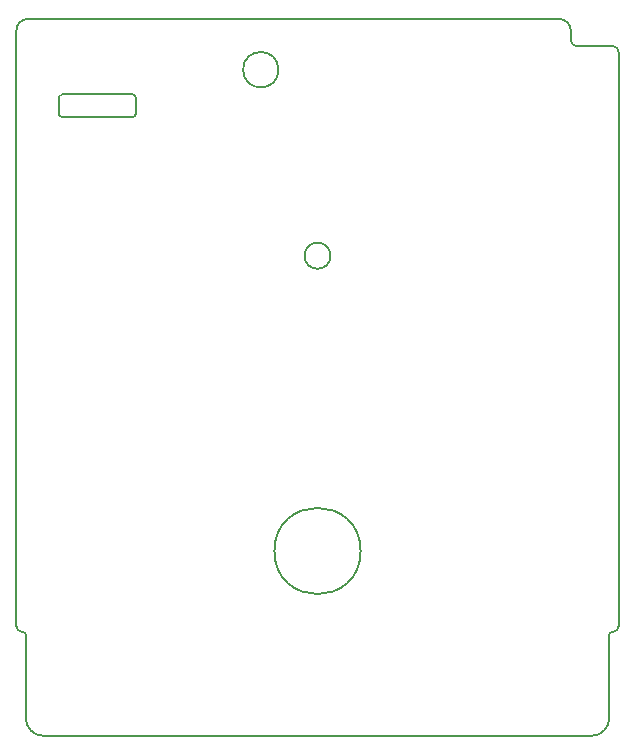
<source format=gbr>
G04 #@! TF.GenerationSoftware,KiCad,Pcbnew,(6.0.8)*
G04 #@! TF.CreationDate,2023-01-17T04:08:54-05:00*
G04 #@! TF.ProjectId,DMG-KGDU-10+,444d472d-4b47-4445-952d-31302b2e6b69,rev?*
G04 #@! TF.SameCoordinates,Original*
G04 #@! TF.FileFunction,Profile,NP*
%FSLAX46Y46*%
G04 Gerber Fmt 4.6, Leading zero omitted, Abs format (unit mm)*
G04 Created by KiCad (PCBNEW (6.0.8)) date 2023-01-17 04:08:54*
%MOMM*%
%LPD*%
G01*
G04 APERTURE LIST*
G04 #@! TA.AperFunction,Profile*
%ADD10C,0.200000*%
G04 #@! TD*
G04 APERTURE END LIST*
D10*
X167620000Y-71602000D02*
X164570000Y-71602000D01*
X163070000Y-69302000D02*
X118119000Y-69302000D01*
X119420439Y-130001559D02*
X165820441Y-130002435D01*
X164070000Y-70302000D02*
X164070000Y-71102000D01*
X117119000Y-70302000D02*
X117120000Y-120702000D01*
X143720000Y-89352000D02*
G75*
G03*
X143720000Y-89352000I-1100000J0D01*
G01*
X146270000Y-114352000D02*
G75*
G03*
X146270000Y-114352000I-3650000J0D01*
G01*
X168120000Y-120702000D02*
X168120000Y-72102000D01*
X120969000Y-75702000D02*
X126969000Y-75702000D01*
X167570000Y-121202000D02*
G75*
G03*
X167320000Y-121452000I0J-250000D01*
G01*
X120969000Y-75702000D02*
G75*
G03*
X120719000Y-75952000I0J-250000D01*
G01*
X127219000Y-75952000D02*
G75*
G03*
X126969000Y-75702000I-250000J0D01*
G01*
X126969000Y-77602000D02*
G75*
G03*
X127219000Y-77352000I0J250000D01*
G01*
X165820441Y-130002402D02*
G75*
G03*
X167320002Y-128501998I-441J1500002D01*
G01*
X167320002Y-128501998D02*
X167320000Y-121452000D01*
X167620000Y-121202000D02*
X167570000Y-121202000D01*
X117920002Y-128501998D02*
X117920000Y-121452000D01*
X117920000Y-121452000D02*
G75*
G03*
X117670000Y-121202000I-250000J0D01*
G01*
X117670000Y-121202000D02*
X117620000Y-121202000D01*
X117120000Y-120702000D02*
G75*
G03*
X117620000Y-121202000I500000J0D01*
G01*
X164070000Y-70302000D02*
G75*
G03*
X163070000Y-69302000I-1000000J0D01*
G01*
X168120000Y-72102000D02*
G75*
G03*
X167620000Y-71602000I-500000J0D01*
G01*
X120719000Y-75952000D02*
X120719000Y-77352000D01*
X120719000Y-77352000D02*
G75*
G03*
X120969000Y-77602000I250000J0D01*
G01*
X139319000Y-73602000D02*
G75*
G03*
X139319000Y-73602000I-1500000J0D01*
G01*
X126969000Y-77602000D02*
X120969000Y-77602000D01*
X167620000Y-121202000D02*
G75*
G03*
X168120000Y-120702000I0J500000D01*
G01*
X118119000Y-69302000D02*
G75*
G03*
X117119000Y-70302000I0J-1000000D01*
G01*
X127219000Y-75952000D02*
X127219000Y-77352000D01*
X117920041Y-128501998D02*
G75*
G03*
X119420439Y-130001559I1499959J398D01*
G01*
X164070000Y-71102000D02*
G75*
G03*
X164570000Y-71602000I500000J0D01*
G01*
M02*

</source>
